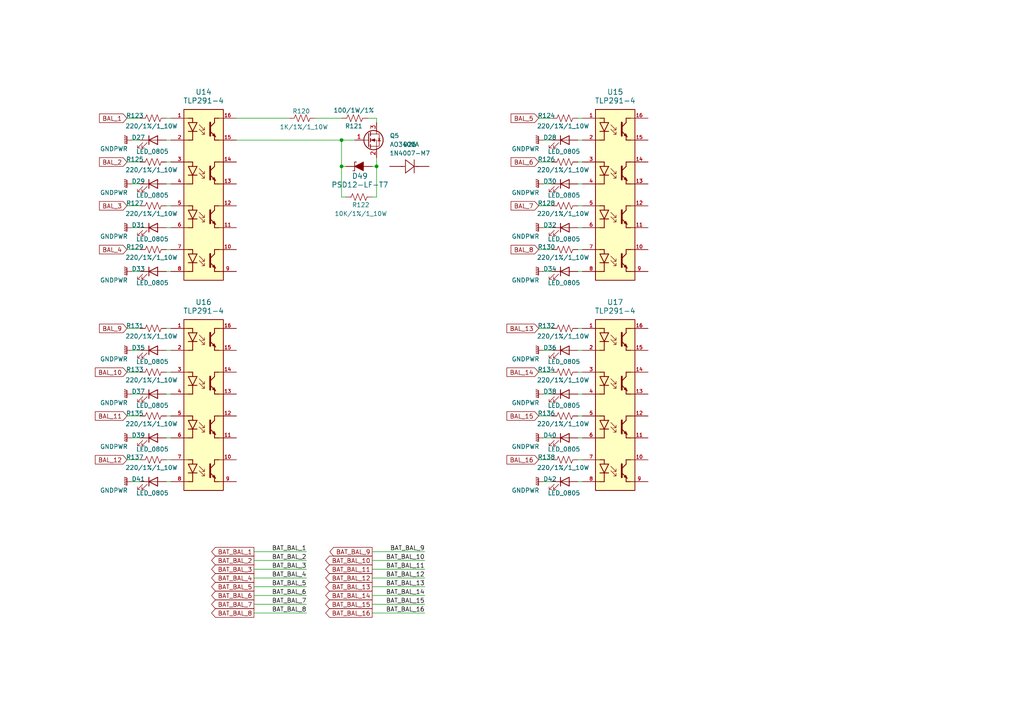
<source format=kicad_sch>
(kicad_sch (version 20231120) (generator "eeschema") (generator_version "8.0")
  (paper "A4")
  (title_block (title "BALLANCE BATTERY") (date "2024-09-02"))
  (lib_symbols
    (symbol "Res_hole_100_1W_1%_2" (pin_numbers hide) (pin_names (offset 0))
      (property "Reference" "R" (at 3.556 2.286 0))
      (property "Value" "100/1W/1%" (at 3.81 -2.54 0))
      (symbol "Res_hole_100_1W_1%_2_0_1"
        (polyline (pts (xy 1.524 0) (xy 1.27 0)))
        (polyline (pts (xy 6.096 0) (xy 6.35 0)))
        (polyline (pts (xy 1.524 0) (xy 1.905 1.016) (xy 2.286 0) (xy 2.667 -1.016) (xy 3.048 0)))
        (polyline (pts (xy 3.048 0) (xy 3.429 1.016) (xy 3.81 0) (xy 4.191 -1.016) (xy 4.572 0)))
        (polyline (pts (xy 4.572 0) (xy 4.953 1.016) (xy 5.334 0) (xy 5.715 -1.016) (xy 6.096 0)))
      )
      (symbol "Res_hole_100_1W_1%_2_1_1"
        (pin passive line (at 0 0 0) (length 1.27) (name "~") (number "1"))
        (pin passive line (at 7.62 0 180) (length 1.27) (name "~") (number "2"))
      )
    )
    (symbol "charge_battery_sym_lib:1N4007-M7" (pin_numbers hide) (pin_names hide)
      (property "Reference" "D" (at -1.016 2.286 0))
      (property "Value" "1N4007-M7" (at 2.54 -2.794 0))
      (symbol "1N4007-M7_0_1"
        (polyline (pts (xy -0.508 0) (xy 0.635 0)) (stroke (width 0.2032)))
        (polyline (pts (xy 0.762 -1.905) (xy 3.302 0)) (stroke (width 0.2032)))
        (polyline (pts (xy 0.762 1.905) (xy 0.762 -1.905)) (stroke (width 0.2032)))
        (polyline (pts (xy 3.302 -1.905) (xy 3.302 1.905)) (stroke (width 0.2032)))
        (polyline (pts (xy 3.302 0) (xy 0.762 1.905)) (stroke (width 0.2032)))
        (polyline (pts (xy 3.302 0) (xy 4.572 0)) (stroke (width 0.2032)))
      )
      (symbol "1N4007-M7_1_1"
        (pin unspecified line (at -3.81 0 0) (length 3.81) (name "A") (number "1"))
        (pin unspecified line (at 7.62 0 180) (length 3.81) (name "K") (number "2"))
      )
    )
    (symbol "charge_battery_sym_lib:AO3400A " (pin_names hide)
      (property "Reference" "Q" (at 8.89 3.302 0))
      (property "Value" "AO3400A " (at 12.954 -3.302 0))
      (symbol "AO3400A _0_1"
        (polyline (pts (xy 5.334 0) (xy 4.064 0)))
        (polyline (pts (xy 5.334 1.905) (xy 5.334 -1.905)) (stroke (width 0.254)))
        (polyline (pts (xy 5.842 -1.27) (xy 5.842 -2.286)) (stroke (width 0.254)))
        (polyline (pts (xy 5.842 0.508) (xy 5.842 -0.508)) (stroke (width 0.254)))
        (polyline (pts (xy 5.842 2.286) (xy 5.842 1.27)) (stroke (width 0.254)))
        (polyline (pts (xy 7.62 2.54) (xy 7.62 1.778)))
        (polyline (pts (xy 8.636 0.508) (xy 8.128 0.508)))
        (polyline (pts (xy 7.62 -2.54) (xy 7.62 0) (xy 5.842 0)))
        (polyline (pts (xy 5.842 -1.778) (xy 8.382 -1.778) (xy 8.382 1.778) (xy 5.842 1.778)))
        (polyline (pts (xy 6.096 0) (xy 7.112 0.381) (xy 7.112 -0.381) (xy 6.096 0)) (fill (type outline)))
        (polyline (pts (xy 8.382 0.381) (xy 8.001 -0.254) (xy 8.763 -0.254) (xy 8.382 0.381)))
        (circle (center 6.731 0) (radius 2.794) (stroke (width 0.254)))
      )
      (symbol "AO3400A _1_1"
        (pin input line (at 1.27 0 0) (length 2.54) (name "G") (number "1"))
        (pin passive line (at 7.62 -5.08 90) (length 2.54) (name "S") (number "2"))
        (pin passive line (at 7.62 5.08 270) (length 2.54) (name "D") (number "3"))
      )
    )
    (symbol "charge_battery_sym_lib:LED_0805" (pin_numbers hide) (pin_names (offset 1.016) hide)
      (property "Reference" "D" (at 0 2.54 0))
      (property "Value" "LED_0805" (at 0 -4.064 0))
      (symbol "LED_0805_0_1"
        (polyline (pts (xy -1.27 -1.27) (xy -1.27 1.27)) (stroke (width 0.254)))
        (polyline (pts (xy -1.27 0) (xy 1.27 0)))
        (polyline (pts (xy 1.27 -1.27) (xy 1.27 1.27) (xy -1.27 0) (xy 1.27 -1.27)) (stroke (width 0.254)))
        (polyline (pts (xy -3.048 -0.762) (xy -4.572 -2.286) (xy -3.81 -2.286) (xy -4.572 -2.286) (xy -4.572 -1.524)))
        (polyline (pts (xy -1.778 -0.762) (xy -3.302 -2.286) (xy -2.54 -2.286) (xy -3.302 -2.286) (xy -3.302 -1.524)))
      )
      (symbol "LED_0805_1_1"
        (pin passive line (at -3.81 0 0) (length 2.54) (name "K") (number "1"))
        (pin passive line (at 3.81 0 180) (length 2.54) (name "A") (number "2"))
      )
    )
    (symbol "charge_battery_sym_lib:PSD12-LF-T7" (pin_numbers hide) (pin_names (offset 0.254) hide)
      (property "Reference" "D" (at 1.778 2.54 0))
      (property "Value" "PSD12-LF-T7" (at 2.54 -3.048 0))
      (symbol "PSD12-LF-T7_0_1"
        (polyline (pts (xy -0.508 -1.27) (xy 0 -1.27)) (stroke (width 0.2032)))
        (polyline (pts (xy 0 1.27) (xy 0 -1.27)) (stroke (width 0.2032)))
        (polyline (pts (xy 0 1.27) (xy 0.508 1.27)) (stroke (width 0.2032)))
        (pin unspecified line (at -2.54 0 0) (length 2.54) (name "1") (number "1"))
        (pin unspecified line (at 5.08 0 180) (length 2.54) (name "2") (number "2"))
      )
      (symbol "PSD12-LF-T7_1_1"
        (polyline (pts (xy 0 0) (xy 2.54 1.27) (xy 2.54 -1.27) (xy 0 0)) (stroke (width 0.2032)) (fill (type outline)))
      )
    )
    (symbol "charge_battery_sym_lib:Res_10K_0603_1%" (pin_numbers hide) (pin_names hide)
      (property "Reference" "R" (at 2.794 3.81 0))
      (property "Value" "10K/1%/1_10W" (at 4.064 -2.54 0))
      (symbol "Res_10K_0603_1%_0_1"
        (polyline (pts (xy 1.524 0) (xy 1.27 0)))
        (polyline (pts (xy 6.096 0) (xy 6.35 0)))
        (polyline (pts (xy 1.524 0) (xy 1.905 1.016) (xy 2.286 0) (xy 2.667 -1.016) (xy 3.048 0)))
        (polyline (pts (xy 3.048 0) (xy 3.429 1.016) (xy 3.81 0) (xy 4.191 -1.016) (xy 4.572 0)))
        (polyline (pts (xy 4.572 0) (xy 4.953 1.016) (xy 5.334 0) (xy 5.715 -1.016) (xy 6.096 0)))
      )
      (symbol "Res_10K_0603_1%_1_1"
        (pin passive line (at 0 0 0) (length 1.27) (name "~") (number "1"))
        (pin passive line (at 7.62 0 180) (length 1.27) (name "~") (number "2"))
      )
    )
    (symbol "charge_battery_sym_lib:Res_1K_0603_1%" (pin_numbers hide) (pin_names hide)
      (property "Reference" "R" (at 3.556 2.54 0))
      (property "Value" "1K/1%/1_10W" (at 4.064 -2.54 0))
      (symbol "Res_1K_0603_1%_0_1"
        (polyline (pts (xy 1.524 0) (xy 1.27 0)))
        (polyline (pts (xy 6.096 0) (xy 6.35 0)))
        (polyline (pts (xy 1.524 0) (xy 1.905 1.016) (xy 2.286 0) (xy 2.667 -1.016) (xy 3.048 0)))
        (polyline (pts (xy 3.048 0) (xy 3.429 1.016) (xy 3.81 0) (xy 4.191 -1.016) (xy 4.572 0)))
        (polyline (pts (xy 4.572 0) (xy 4.953 1.016) (xy 5.334 0) (xy 5.715 -1.016) (xy 6.096 0)))
      )
      (symbol "Res_1K_0603_1%_1_1"
        (pin passive line (at 0 0 0) (length 1.27) (name "~") (number "1"))
        (pin passive line (at 7.62 0 180) (length 1.27) (name "~") (number "2"))
      )
    )
    (symbol "charge_battery_sym_lib:Res_220_0603_1%" (pin_numbers hide) (pin_names hide)
      (property "Reference" "R" (at 3.556 2.54 0))
      (property "Value" "220/1%/1_10W" (at 4.064 -2.54 0))
      (symbol "Res_220_0603_1%_0_1"
        (polyline (pts (xy 1.524 0) (xy 1.27 0)))
        (polyline (pts (xy 6.096 0) (xy 6.35 0)))
        (polyline (pts (xy 1.524 0) (xy 1.905 1.016) (xy 2.286 0) (xy 2.667 -1.016) (xy 3.048 0)))
        (polyline (pts (xy 3.048 0) (xy 3.429 1.016) (xy 3.81 0) (xy 4.191 -1.016) (xy 4.572 0)))
        (polyline (pts (xy 4.572 0) (xy 4.953 1.016) (xy 5.334 0) (xy 5.715 -1.016) (xy 6.096 0)))
      )
      (symbol "Res_220_0603_1%_1_1"
        (pin passive line (at 0 0 0) (length 1.27) (name "~") (number "1"))
        (pin passive line (at 7.62 0 180) (length 1.27) (name "~") (number "2"))
      )
    )
    (symbol "charge_battery_sym_lib:TLP291-4" (pin_names (offset 0.254) hide)
      (property "Reference" "U" (at -0.762 50.546 0))
      (property "Value" "TLP291-4" (at 4.826 -1.27 0))
      (symbol "TLP291-4_0_0"
        (rectangle (start -1.27 49.53) (end 10.16 0) (stroke (width 0.254)) (fill (type background)))
        (polyline (pts (xy 0 8.89) (xy 1.27 8.89)) (stroke (width 0.254)))
        (polyline (pts (xy 0 21.59) (xy 1.27 21.59)) (stroke (width 0.254)))
        (polyline (pts (xy 0 34.29) (xy 1.27 34.29)) (stroke (width 0.254)))
        (polyline (pts (xy 0 46.99) (xy 1.27 46.99)) (stroke (width 0.254)))
        (polyline (pts (xy 1.27 2.54) (xy 0 2.54)) (stroke (width 0.254)))
        (polyline (pts (xy 1.27 5.08) (xy 1.27 2.54)) (stroke (width 0.254)))
        (polyline (pts (xy 1.27 8.89) (xy 1.27 7.62)) (stroke (width 0.254)))
        (polyline (pts (xy 1.27 15.24) (xy 0 15.24)) (stroke (width 0.254)))
        (polyline (pts (xy 1.27 17.78) (xy 1.27 15.24)) (stroke (width 0.254)))
        (polyline (pts (xy 1.27 21.59) (xy 1.27 20.32)) (stroke (width 0.254)))
        (polyline (pts (xy 1.27 27.94) (xy 0 27.94)) (stroke (width 0.254)))
        (polyline (pts (xy 1.27 30.48) (xy 1.27 27.94)) (stroke (width 0.254)))
        (polyline (pts (xy 1.27 34.29) (xy 1.27 33.02)) (stroke (width 0.254)))
        (polyline (pts (xy 1.27 40.64) (xy 0 40.64)) (stroke (width 0.254)))
        (polyline (pts (xy 1.27 43.18) (xy 1.27 40.64)) (stroke (width 0.254)))
        (polyline (pts (xy 1.27 46.99) (xy 1.27 45.72)) (stroke (width 0.254)))
        (polyline (pts (xy 7.62 2.54) (xy 8.89 2.54)) (stroke (width 0.254)))
        (polyline (pts (xy 7.62 3.81) (xy 7.62 2.54)) (stroke (width 0.254)))
        (polyline (pts (xy 7.62 8.89) (xy 7.62 7.62)) (stroke (width 0.254)))
        (polyline (pts (xy 7.62 15.24) (xy 8.89 15.24)) (stroke (width 0.254)))
        (polyline (pts (xy 7.62 16.51) (xy 7.62 15.24)) (stroke (width 0.254)))
        (polyline (pts (xy 7.62 21.59) (xy 7.62 20.32)) (stroke (width 0.254)))
        (polyline (pts (xy 7.62 27.94) (xy 8.89 27.94)) (stroke (width 0.254)))
        (polyline (pts (xy 7.62 29.21) (xy 7.62 27.94)) (stroke (width 0.254)))
        (polyline (pts (xy 7.62 34.29) (xy 7.62 33.02)) (stroke (width 0.254)))
        (polyline (pts (xy 7.62 40.64) (xy 8.89 40.64)) (stroke (width 0.254)))
        (polyline (pts (xy 7.62 41.91) (xy 7.62 40.64)) (stroke (width 0.254)))
        (polyline (pts (xy 7.62 46.99) (xy 7.62 45.72)) (stroke (width 0.254)))
        (polyline (pts (xy 8.89 8.89) (xy 7.62 8.89)) (stroke (width 0.254)))
        (polyline (pts (xy 8.89 21.59) (xy 7.62 21.59)) (stroke (width 0.254)))
        (polyline (pts (xy 8.89 34.29) (xy 7.62 34.29)) (stroke (width 0.254)))
        (polyline (pts (xy 8.89 46.99) (xy 7.62 46.99)) (stroke (width 0.254)))
        (pin passive line (at -5.08 46.99 0) (length 5.08) (name "A") (number "1"))
        (pin passive line (at -5.08 40.64 0) (length 5.08) (name "K") (number "2"))
      )
      (symbol "TLP291-4_0_1"
        (polyline (pts (xy 2.54 5.08) (xy 0 5.08)) (stroke (width 0.254)))
        (polyline (pts (xy 2.54 17.78) (xy 0 17.78)) (stroke (width 0.254)))
        (polyline (pts (xy 2.54 30.48) (xy 0 30.48)) (stroke (width 0.254)))
        (polyline (pts (xy 2.54 43.18) (xy 0 43.18)) (stroke (width 0.254)))
        (polyline (pts (xy 6.35 7.62) (xy 6.35 3.81) (xy 6.35 3.81)) (stroke (width 0.508)))
        (polyline (pts (xy 6.35 20.32) (xy 6.35 16.51) (xy 6.35 16.51)) (stroke (width 0.508)))
        (polyline (pts (xy 6.35 33.02) (xy 6.35 29.21) (xy 6.35 29.21)) (stroke (width 0.508)))
        (polyline (pts (xy 6.35 45.72) (xy 6.35 41.91) (xy 6.35 41.91)) (stroke (width 0.508)))
        (polyline (pts (xy 2.54 7.62) (xy 0 7.62) (xy 1.27 5.08) (xy 2.54 7.62)) (stroke (width 0.254)))
        (polyline (pts (xy 2.54 20.32) (xy 0 20.32) (xy 1.27 17.78) (xy 2.54 20.32)) (stroke (width 0.254)))
        (polyline (pts (xy 2.54 33.02) (xy 0 33.02) (xy 1.27 30.48) (xy 2.54 33.02)) (stroke (width 0.254)))
        (polyline (pts (xy 2.54 45.72) (xy 0 45.72) (xy 1.27 43.18) (xy 2.54 45.72)) (stroke (width 0.254)))
        (polyline (pts (xy 3.175 5.715) (xy 4.699 4.191) (xy 4.699 4.953) (xy 4.699 4.191) (xy 3.937 4.191)))
        (polyline (pts (xy 3.175 6.985) (xy 4.699 5.461) (xy 4.699 6.223) (xy 4.699 5.461) (xy 3.937 5.461)))
        (polyline (pts (xy 3.175 18.415) (xy 4.699 16.891) (xy 4.699 17.653) (xy 4.699 16.891) (xy 3.937 16.891)))
        (polyline (pts (xy 3.175 19.685) (xy 4.699 18.161) (xy 4.699 18.923) (xy 4.699 18.161) (xy 3.937 18.161)))
        (polyline (pts (xy 3.175 31.115) (xy 4.699 29.591) (xy 4.699 30.353) (xy 4.699 29.591) (xy 3.937 29.591)))
        (polyline (pts (xy 3.175 32.385) (xy 4.699 30.861) (xy 4.699 31.623) (xy 4.699 30.861) (xy 3.937 30.861)))
        (polyline (pts (xy 3.175 43.815) (xy 4.699 42.291) (xy 4.699 43.053) (xy 4.699 42.291) (xy 3.937 42.291)))
        (polyline (pts (xy 3.175 45.085) (xy 4.699 43.561) (xy 4.699 44.323) (xy 4.699 43.561) (xy 3.937 43.561)))
        (polyline (pts (xy 6.985 3.937) (xy 7.493 4.445) (xy 8.001 3.429) (xy 6.985 3.937) (xy 6.985 3.937)) (fill (type outline)))
        (polyline (pts (xy 6.985 16.637) (xy 7.493 17.145) (xy 8.001 16.129) (xy 6.985 16.637) (xy 6.985 16.637)) (fill (type outline)))
        (polyline (pts (xy 6.985 29.337) (xy 7.493 29.845) (xy 8.001 28.829) (xy 6.985 29.337) (xy 6.985 29.337)) (fill (type outline)))
        (polyline (pts (xy 6.985 42.037) (xy 7.493 42.545) (xy 8.001 41.529) (xy 6.985 42.037) (xy 6.985 42.037)) (fill (type outline)))
      )
      (symbol "TLP291-4_1_0"
        (pin passive line (at 13.97 8.89 180) (length 5.08) (name "C") (number "10"))
        (pin passive line (at 13.97 15.24 180) (length 5.08) (name "E") (number "11"))
        (pin passive line (at 13.97 21.59 180) (length 5.08) (name "C") (number "12"))
        (pin passive line (at 13.97 27.94 180) (length 5.08) (name "E") (number "13"))
        (pin passive line (at 13.97 34.29 180) (length 5.08) (name "C") (number "14"))
        (pin passive line (at 13.97 40.64 180) (length 5.08) (name "E") (number "15"))
        (pin passive line (at 13.97 46.99 180) (length 5.08) (name "C") (number "16"))
        (pin passive line (at -5.08 34.29 0) (length 5.08) (name "A") (number "3"))
        (pin passive line (at -5.08 27.94 0) (length 5.08) (name "K") (number "4"))
        (pin passive line (at -5.08 21.59 0) (length 5.08) (name "A") (number "5"))
        (pin passive line (at -5.08 15.24 0) (length 5.08) (name "K") (number "6"))
        (pin passive line (at -5.08 8.89 0) (length 5.08) (name "A") (number "7"))
        (pin passive line (at -5.08 2.54 0) (length 5.08) (name "K") (number "8"))
        (pin passive line (at 13.97 2.54 180) (length 5.08) (name "E") (number "9"))
      )
      (symbol "TLP291-4_1_1"
        (polyline (pts (xy 6.35 6.35) (xy 7.62 7.62)) (stroke (width 0.254)))
        (polyline (pts (xy 6.35 19.05) (xy 7.62 20.32)) (stroke (width 0.254)))
        (polyline (pts (xy 6.35 31.75) (xy 7.62 33.02)) (stroke (width 0.254)))
        (polyline (pts (xy 6.35 44.45) (xy 7.62 45.72)) (stroke (width 0.254)))
        (polyline (pts (xy 6.35 5.08) (xy 7.62 3.81) (xy 7.62 3.81)) (stroke (width 0.254)))
        (polyline (pts (xy 6.35 17.78) (xy 7.62 16.51) (xy 7.62 16.51)) (stroke (width 0.254)))
        (polyline (pts (xy 6.35 30.48) (xy 7.62 29.21) (xy 7.62 29.21)) (stroke (width 0.254)))
        (polyline (pts (xy 6.35 43.18) (xy 7.62 41.91) (xy 7.62 41.91)) (stroke (width 0.254)))
      )
    )
    (symbol "power:GNDPWR" (power) (pin_numbers hide) (pin_names (offset 0) hide)
      (property "Value" "GNDPWR" (at 0 -3.302 0))
      (symbol "GNDPWR_0_1"
        (polyline (pts (xy 0 -1.27) (xy 0 0)))
        (polyline (pts (xy -1.016 -1.27) (xy -1.27 -2.032) (xy -1.27 -2.032)) (stroke (width 0.2032)))
        (polyline (pts (xy -0.508 -1.27) (xy -0.762 -2.032) (xy -0.762 -2.032)) (stroke (width 0.2032)))
        (polyline (pts (xy 0 -1.27) (xy -0.254 -2.032) (xy -0.254 -2.032)) (stroke (width 0.2032)))
        (polyline (pts (xy 0.508 -1.27) (xy 0.254 -2.032) (xy 0.254 -2.032)) (stroke (width 0.2032)))
        (polyline (pts (xy 1.016 -1.27) (xy -1.016 -1.27) (xy -1.016 -1.27)) (stroke (width 0.2032)))
        (polyline (pts (xy 1.016 -1.27) (xy 0.762 -2.032) (xy 0.762 -2.032) (xy 0.762 -2.032)) (stroke (width 0.2032)))
      )
      (symbol "GNDPWR_1_1"
        (pin power_in line (at 0 0 270) (length 0) (name "~") (number "1"))
      )
    )
  )
  (junction (at 99.06 40.64))
  (junction (at 99.06 48.26))
  (junction (at 109.22 48.26))
  (wire (pts (xy 167.64 53.34) (xy 168.91 53.34)))
  (wire (pts (xy 48.26 139.7) (xy 49.53 139.7)))
  (wire (pts (xy 48.26 66.04) (xy 49.53 66.04)))
  (wire (pts (xy 123.19 167.64) (xy 107.95 167.64)))
  (wire (pts (xy 48.26 72.39) (xy 49.53 72.39)))
  (wire (pts (xy 123.19 165.1) (xy 107.95 165.1)))
  (wire (pts (xy 167.64 127) (xy 168.91 127)))
  (wire (pts (xy 107.95 48.26) (xy 109.22 48.26)))
  (wire (pts (xy 48.26 78.74) (xy 49.53 78.74)))
  (wire (pts (xy 48.26 127) (xy 49.53 127)))
  (wire (pts (xy 83.82 34.29) (xy 68.58 34.29)))
  (wire (pts (xy 48.26 95.25) (xy 49.53 95.25)))
  (wire (pts (xy 167.64 78.74) (xy 168.91 78.74)))
  (wire (pts (xy 88.9 160.02) (xy 73.66 160.02)))
  (wire (pts (xy 109.22 34.29) (xy 106.68 34.29)))
  (wire (pts (xy 99.06 48.26) (xy 100.33 48.26)))
  (wire (pts (xy 109.22 48.26) (xy 109.22 57.15)))
  (wire (pts (xy 48.26 40.64) (xy 49.53 40.64)))
  (wire (pts (xy 123.19 160.02) (xy 107.95 160.02)))
  (wire (pts (xy 167.64 66.04) (xy 168.91 66.04)))
  (wire (pts (xy 167.64 72.39) (xy 168.91 72.39)))
  (wire (pts (xy 88.9 177.8) (xy 73.66 177.8)))
  (wire (pts (xy 48.26 107.95) (xy 49.53 107.95)))
  (wire (pts (xy 48.26 101.6) (xy 49.53 101.6)))
  (wire (pts (xy 38.1 53.34) (xy 40.64 53.34)))
  (wire (pts (xy 167.64 34.29) (xy 168.91 34.29)))
  (wire (pts (xy 109.22 48.26) (xy 109.22 45.72)))
  (wire (pts (xy 156.21 59.69) (xy 160.02 59.69)))
  (wire (pts (xy 38.1 78.74) (xy 40.64 78.74)))
  (wire (pts (xy 36.83 59.69) (xy 40.64 59.69)))
  (wire (pts (xy 123.19 172.72) (xy 107.95 172.72)))
  (wire (pts (xy 88.9 170.18) (xy 73.66 170.18)))
  (wire (pts (xy 123.19 162.56) (xy 107.95 162.56)))
  (wire (pts (xy 88.9 167.64) (xy 73.66 167.64)))
  (wire (pts (xy 167.64 40.64) (xy 168.91 40.64)))
  (wire (pts (xy 48.26 133.35) (xy 49.53 133.35)))
  (wire (pts (xy 167.64 114.3) (xy 168.91 114.3)))
  (wire (pts (xy 156.21 95.25) (xy 160.02 95.25)))
  (wire (pts (xy 36.83 107.95) (xy 40.64 107.95)))
  (wire (pts (xy 36.83 95.25) (xy 40.64 95.25)))
  (wire (pts (xy 88.9 162.56) (xy 73.66 162.56)))
  (wire (pts (xy 99.06 34.29) (xy 91.44 34.29)))
  (wire (pts (xy 167.64 95.25) (xy 168.91 95.25)))
  (wire (pts (xy 38.1 40.64) (xy 40.64 40.64)))
  (wire (pts (xy 167.64 120.65) (xy 168.91 120.65)))
  (wire (pts (xy 157.48 101.6) (xy 160.02 101.6)))
  (wire (pts (xy 38.1 101.6) (xy 40.64 101.6)))
  (wire (pts (xy 99.06 40.64) (xy 99.06 48.26)))
  (wire (pts (xy 123.19 177.8) (xy 107.95 177.8)))
  (wire (pts (xy 88.9 165.1) (xy 73.66 165.1)))
  (wire (pts (xy 48.26 59.69) (xy 49.53 59.69)))
  (wire (pts (xy 157.48 139.7) (xy 160.02 139.7)))
  (wire (pts (xy 38.1 114.3) (xy 40.64 114.3)))
  (wire (pts (xy 99.06 40.64) (xy 102.87 40.64)))
  (wire (pts (xy 156.21 34.29) (xy 160.02 34.29)))
  (wire (pts (xy 157.48 40.64) (xy 160.02 40.64)))
  (wire (pts (xy 48.26 114.3) (xy 49.53 114.3)))
  (wire (pts (xy 68.58 40.64) (xy 99.06 40.64)))
  (wire (pts (xy 99.06 48.26) (xy 99.06 57.15)))
  (wire (pts (xy 48.26 120.65) (xy 49.53 120.65)))
  (wire (pts (xy 167.64 101.6) (xy 168.91 101.6)))
  (wire (pts (xy 167.64 46.99) (xy 168.91 46.99)))
  (wire (pts (xy 38.1 127) (xy 40.64 127)))
  (wire (pts (xy 38.1 66.04) (xy 40.64 66.04)))
  (wire (pts (xy 36.83 46.99) (xy 40.64 46.99)))
  (wire (pts (xy 48.26 53.34) (xy 49.53 53.34)))
  (wire (pts (xy 100.33 57.15) (xy 99.06 57.15)))
  (wire (pts (xy 36.83 72.39) (xy 40.64 72.39)))
  (wire (pts (xy 38.1 139.7) (xy 40.64 139.7)))
  (wire (pts (xy 157.48 78.74) (xy 160.02 78.74)))
  (wire (pts (xy 48.26 46.99) (xy 49.53 46.99)))
  (wire (pts (xy 167.64 107.95) (xy 168.91 107.95)))
  (wire (pts (xy 157.48 127) (xy 160.02 127)))
  (wire (pts (xy 36.83 133.35) (xy 40.64 133.35)))
  (wire (pts (xy 157.48 66.04) (xy 160.02 66.04)))
  (wire (pts (xy 156.21 120.65) (xy 160.02 120.65)))
  (wire (pts (xy 156.21 72.39) (xy 160.02 72.39)))
  (wire (pts (xy 36.83 34.29) (xy 40.64 34.29)))
  (wire (pts (xy 48.26 34.29) (xy 49.53 34.29)))
  (wire (pts (xy 167.64 133.35) (xy 168.91 133.35)))
  (wire (pts (xy 167.64 139.7) (xy 168.91 139.7)))
  (wire (pts (xy 167.64 59.69) (xy 168.91 59.69)))
  (wire (pts (xy 123.19 170.18) (xy 107.95 170.18)))
  (wire (pts (xy 157.48 53.34) (xy 160.02 53.34)))
  (wire (pts (xy 36.83 120.65) (xy 40.64 120.65)))
  (wire (pts (xy 107.95 57.15) (xy 109.22 57.15)))
  (wire (pts (xy 109.22 34.29) (xy 109.22 35.56)))
  (wire (pts (xy 88.9 172.72) (xy 73.66 172.72)))
  (wire (pts (xy 157.48 114.3) (xy 160.02 114.3)))
  (wire (pts (xy 156.21 107.95) (xy 160.02 107.95)))
  (wire (pts (xy 123.19 175.26) (xy 107.95 175.26)))
  (wire (pts (xy 88.9 175.26) (xy 73.66 175.26)))
  (wire (pts (xy 156.21 46.99) (xy 160.02 46.99)))
  (wire (pts (xy 156.21 133.35) (xy 160.02 133.35)))
  (label "BAT_BAL_11" (at 123.19 165.1 180))
  (label "BAT_BAL_2" (at 88.9 162.56 180))
  (label "BAT_BAL_1" (at 88.9 160.02 180))
  (label "BAT_BAL_9" (at 123.19 160.02 180))
  (label "BAT_BAL_6" (at 88.9 172.72 180))
  (label "BAT_BAL_10" (at 123.19 162.56 180))
  (label "BAT_BAL_16" (at 123.19 177.8 180))
  (label "BAT_BAL_7" (at 88.9 175.26 180))
  (label "BAT_BAL_8" (at 88.9 177.8 180))
  (label "BAT_BAL_14" (at 123.19 172.72 180))
  (label "BAT_BAL_12" (at 123.19 167.64 180))
  (label "BAT_BAL_4" (at 88.9 167.64 180))
  (label "BAT_BAL_13" (at 123.19 170.18 180))
  (label "BAT_BAL_15" (at 123.19 175.26 180))
  (label "BAT_BAL_5" (at 88.9 170.18 180))
  (label "BAT_BAL_3" (at 88.9 165.1 180))
  (global_label "BAT_BAL_7" (shape output) (at 73.66 175.26 180) (property "Intersheetrefs" "${INTERSHEET_REFS}" (effects (hide yes))))
  (global_label "BAL_2" (shape input) (at 36.83 46.99 180) (property "Intersheetrefs" "${INTERSHEET_REFS}" (effects (hide yes))))
  (global_label "BAL_13" (shape input) (at 156.21 95.25 180) (property "Intersheetrefs" "${INTERSHEET_REFS}" (effects (hide yes))))
  (global_label "BAL_15" (shape input) (at 156.21 120.65 180) (property "Intersheetrefs" "${INTERSHEET_REFS}" (effects (hide yes))))
  (global_label "BAT_BAL_9" (shape output) (at 107.95 160.02 180) (property "Intersheetrefs" "${INTERSHEET_REFS}" (effects (hide yes))))
  (global_label "BAL_12" (shape input) (at 36.83 133.35 180) (property "Intersheetrefs" "${INTERSHEET_REFS}" (effects (hide yes))))
  (global_label "BAT_BAL_5" (shape output) (at 73.66 170.18 180) (property "Intersheetrefs" "${INTERSHEET_REFS}" (effects (hide yes))))
  (global_label "BAT_BAL_16" (shape output) (at 107.95 177.8 180) (property "Intersheetrefs" "${INTERSHEET_REFS}" (effects (hide yes))))
  (global_label "BAT_BAL_10" (shape output) (at 107.95 162.56 180) (property "Intersheetrefs" "${INTERSHEET_REFS}" (effects (hide yes))))
  (global_label "BAL_9" (shape input) (at 36.83 95.25 180) (property "Intersheetrefs" "${INTERSHEET_REFS}" (effects (hide yes))))
  (global_label "BAL_4" (shape input) (at 36.83 72.39 180) (property "Intersheetrefs" "${INTERSHEET_REFS}" (effects (hide yes))))
  (global_label "BAT_BAL_13" (shape output) (at 107.95 170.18 180) (property "Intersheetrefs" "${INTERSHEET_REFS}" (effects (hide yes))))
  (global_label "BAL_1" (shape input) (at 36.83 34.29 180) (property "Intersheetrefs" "${INTERSHEET_REFS}" (effects (hide yes))))
  (global_label "BAT_BAL_6" (shape output) (at 73.66 172.72 180) (property "Intersheetrefs" "${INTERSHEET_REFS}" (effects (hide yes))))
  (global_label "BAT_BAL_1" (shape output) (at 73.66 160.02 180) (property "Intersheetrefs" "${INTERSHEET_REFS}" (effects (hide yes))))
  (global_label "BAL_16" (shape input) (at 156.21 133.35 180) (property "Intersheetrefs" "${INTERSHEET_REFS}" (effects (hide yes))))
  (global_label "BAL_7" (shape input) (at 156.21 59.69 180) (property "Intersheetrefs" "${INTERSHEET_REFS}" (effects (hide yes))))
  (global_label "BAT_BAL_8" (shape output) (at 73.66 177.8 180) (property "Intersheetrefs" "${INTERSHEET_REFS}" (effects (hide yes))))
  (global_label "BAL_6" (shape input) (at 156.21 46.99 180) (property "Intersheetrefs" "${INTERSHEET_REFS}" (effects (hide yes))))
  (global_label "BAL_8" (shape input) (at 156.21 72.39 180) (property "Intersheetrefs" "${INTERSHEET_REFS}" (effects (hide yes))))
  (global_label "BAT_BAL_3" (shape output) (at 73.66 165.1 180) (property "Intersheetrefs" "${INTERSHEET_REFS}" (effects (hide yes))))
  (global_label "BAT_BAL_12" (shape output) (at 107.95 167.64 180) (property "Intersheetrefs" "${INTERSHEET_REFS}" (effects (hide yes))))
  (global_label "BAT_BAL_15" (shape output) (at 107.95 175.26 180) (property "Intersheetrefs" "${INTERSHEET_REFS}" (effects (hide yes))))
  (global_label "BAT_BAL_14" (shape output) (at 107.95 172.72 180) (property "Intersheetrefs" "${INTERSHEET_REFS}" (effects (hide yes))))
  (global_label "BAL_11" (shape input) (at 36.83 120.65 180) (property "Intersheetrefs" "${INTERSHEET_REFS}" (effects (hide yes))))
  (global_label "BAL_14" (shape input) (at 156.21 107.95 180) (property "Intersheetrefs" "${INTERSHEET_REFS}" (effects (hide yes))))
  (global_label "BAT_BAL_4" (shape output) (at 73.66 167.64 180) (property "Intersheetrefs" "${INTERSHEET_REFS}" (effects (hide yes))))
  (global_label "BAL_5" (shape input) (at 156.21 34.29 180) (property "Intersheetrefs" "${INTERSHEET_REFS}" (effects (hide yes))))
  (global_label "BAT_BAL_11" (shape output) (at 107.95 165.1 180) (property "Intersheetrefs" "${INTERSHEET_REFS}" (effects (hide yes))))
  (global_label "BAL_10" (shape input) (at 36.83 107.95 180) (property "Intersheetrefs" "${INTERSHEET_REFS}" (effects (hide yes))))
  (global_label "BAT_BAL_2" (shape output) (at 73.66 162.56 180) (property "Intersheetrefs" "${INTERSHEET_REFS}" (effects (hide yes))))
  (global_label "BAL_3" (shape input) (at 36.83 59.69 180) (property "Intersheetrefs" "${INTERSHEET_REFS}" (effects (hide yes))))
  (symbol (lib_id "charge_battery_sym_lib:Res_220_0603_1%") (at 160.02 133.35 0) (unit 1)
    (property "Reference" "R138" (at 158.496 132.588 0))
    (property "Value" "220/1%/1_10W" (at 163.322 135.636 0))
    (property "Footprint" "charge_battery_footprint_lib:Res_0603" (effects (hide yes)))
    (property "Description" "Res 220Ohm 0603 1%" (effects (hide yes)))
    (property "Supply name" "Thegioiic" (effects (hide yes)))
    (property "Supply part number" "Điện Trở 220 Ohm 0603 1%" (effects (hide yes)))
    (property "Supply URL" "https://www.thegioiic.com/dien-tro-220-ohm-0603-1-" (effects (hide yes)))
  )
  (symbol (lib_id "charge_battery_sym_lib:Res_220_0603_1%") (at 40.64 72.39 0) (unit 1)
    (property "Reference" "R129" (at 39.116 71.628 0))
    (property "Value" "220/1%/1_10W" (at 43.942 74.676 0))
    (property "Footprint" "charge_battery_footprint_lib:Res_0603" (effects (hide yes)))
    (property "Description" "Res 220Ohm 0603 1%" (effects (hide yes)))
    (property "Supply name" "Thegioiic" (effects (hide yes)))
    (property "Supply part number" "Điện Trở 220 Ohm 0603 1%" (effects (hide yes)))
    (property "Supply URL" "https://www.thegioiic.com/dien-tro-220-ohm-0603-1-" (effects (hide yes)))
  )
  (symbol (lib_id "charge_battery_sym_lib:LED_0805") (at 163.83 101.6 0) (unit 1)
    (property "Reference" "D36" (at 159.512 100.838 0))
    (property "Value" "LED_0805" (at 163.576 104.902 0))
    (property "Footprint" "charge_battery_footprint_lib:LED_0805" (effects (hide yes)))
    (property "Description" "Light emitting diode" (effects (hide yes)))
    (property "Supply name" "Thegioiic" (effects (hide yes)))
    (property "Supply part number" "LED Xanh Lá 0805 Dán SMD Trong Suốt" (effects (hide yes)))
    (property "Supply URL" "https://www.thegioiic.com/led-xanh-la-0805-dan-smd-trong-suot" (effects (hide yes)))
  )
  (symbol (lib_id "power:GNDPWR") (at 157.48 40.64 270) (unit 1)
    (property "Reference" "#PWR0227" (effects (hide yes)))
    (property "Value" "GNDPWR" (at 156.464 43.18 90) (effects (justify right)))
    (property "Description" "Power symbol creates a global label with name \"GNDPWR\" , global ground" (effects (hide yes)))
  )
  (symbol (lib_id "power:GNDPWR") (at 157.48 127 270) (unit 1)
    (property "Reference" "#PWR0239" (effects (hide yes)))
    (property "Value" "GNDPWR" (at 156.464 129.54 90) (effects (justify right)))
    (property "Description" "Power symbol creates a global label with name \"GNDPWR\" , global ground" (effects (hide yes)))
  )
  (symbol (lib_id "charge_battery_sym_lib:TLP291-4") (at 54.61 142.24 0) (unit 1)
    (property "Reference" "U16" (at 59.055 87.63 0) (effects (font (size 1.524 1.524))))
    (property "Value" "TLP291-4" (at 59.055 90.17 0) (effects (font (size 1.524 1.524))))
    (property "Footprint" "charge_battery_footprint_lib:SOIC-16" (effects (hide yes)))
    (property "Datasheet" "https://www.thegioiic.com/upload/documents/35f6c20fb8956bc5fdab6bfcd8602381.pdf" (effects (hide yes)))
    (property "Description" "Ngõ vào: DC, ngõ ra: Transistor" (effects (hide yes)))
    (property "Supply name" "Thegioiic" (effects (hide yes)))
    (property "Supply part name" "TLP291-4 Optoisolator Transistor Output 2500Vrms 4 Channel 16-SOIC" (effects (hide yes)))
    (property "Supply URL" "https://www.thegioiic.com/tlp291-4-optoisolator-transistor-output-2500vrms-4-channel-16-soic" (effects (hide yes)))
  )
  (symbol (lib_id "charge_battery_sym_lib:TLP291-4") (at 173.99 142.24 0) (unit 1)
    (property "Reference" "U17" (at 178.435 87.63 0) (effects (font (size 1.524 1.524))))
    (property "Value" "TLP291-4" (at 178.435 90.17 0) (effects (font (size 1.524 1.524))))
    (property "Footprint" "charge_battery_footprint_lib:SOIC-16" (effects (hide yes)))
    (property "Datasheet" "https://www.thegioiic.com/upload/documents/35f6c20fb8956bc5fdab6bfcd8602381.pdf" (effects (hide yes)))
    (property "Description" "Ngõ vào: DC, ngõ ra: Transistor" (effects (hide yes)))
    (property "Supply name" "Thegioiic" (effects (hide yes)))
    (property "Supply part name" "TLP291-4 Optoisolator Transistor Output 2500Vrms 4 Channel 16-SOIC" (effects (hide yes)))
    (property "Supply URL" "https://www.thegioiic.com/tlp291-4-optoisolator-transistor-output-2500vrms-4-channel-16-soic" (effects (hide yes)))
  )
  (symbol (lib_id "charge_battery_sym_lib:LED_0805") (at 163.83 78.74 0) (unit 1)
    (property "Reference" "D34" (at 159.512 77.978 0))
    (property "Value" "LED_0805" (at 163.576 82.042 0))
    (property "Footprint" "charge_battery_footprint_lib:LED_0805" (effects (hide yes)))
    (property "Description" "Light emitting diode" (effects (hide yes)))
    (property "Supply name" "Thegioiic" (effects (hide yes)))
    (property "Supply part number" "LED Xanh Lá 0805 Dán SMD Trong Suốt" (effects (hide yes)))
    (property "Supply URL" "https://www.thegioiic.com/led-xanh-la-0805-dan-smd-trong-suot" (effects (hide yes)))
  )
  (symbol (lib_id "charge_battery_sym_lib:Res_220_0603_1%") (at 40.64 107.95 0) (unit 1)
    (property "Reference" "R133" (at 39.116 107.188 0))
    (property "Value" "220/1%/1_10W" (at 43.942 110.236 0))
    (property "Footprint" "charge_battery_footprint_lib:Res_0603" (effects (hide yes)))
    (property "Description" "Res 220Ohm 0603 1%" (effects (hide yes)))
    (property "Supply name" "Thegioiic" (effects (hide yes)))
    (property "Supply part number" "Điện Trở 220 Ohm 0603 1%" (effects (hide yes)))
    (property "Supply URL" "https://www.thegioiic.com/dien-tro-220-ohm-0603-1-" (effects (hide yes)))
  )
  (symbol (lib_id "power:GNDPWR") (at 38.1 114.3 270) (unit 1)
    (property "Reference" "#PWR0236" (effects (hide yes)))
    (property "Value" "GNDPWR" (at 37.084 116.84 90) (effects (justify right)))
    (property "Description" "Power symbol creates a global label with name \"GNDPWR\" , global ground" (effects (hide yes)))
  )
  (symbol (lib_id "charge_battery_sym_lib:PSD12-LF-T7") (at 102.87 48.26 0) (unit 1)
    (property "Reference" "D49" (at 104.394 51.054 0) (effects (font (size 1.524 1.524))))
    (property "Value" "PSD12-LF-T7" (at 104.394 53.594 0) (effects (font (size 1.524 1.524))))
    (property "Footprint" "charge_battery_footprint_lib:SOD-323_PTD" (effects (hide yes)))
    (property "Datasheet" "https://www.lcsc.com/datasheet/lcsc_datasheet_2304140030_ProTek-Devices-PSD12C-LF-T7_C87031.pdf" (effects (hide yes)))
    (property "Description" "Package SOD323, Diode TVS, 50 pF, 29.5 V" (effects (hide yes)))
    (property "Supply name" "Thegioiic" (effects (hide yes)))
    (property "Supply part number" "PSD12C" (effects (hide yes)))
    (property "Supply URL" "https://www.thegioiic.com/psd12c" (effects (hide yes)))
  )
  (symbol (lib_id "power:GNDPWR") (at 157.48 53.34 270) (unit 1)
    (property "Reference" "#PWR0229" (effects (hide yes)))
    (property "Value" "GNDPWR" (at 156.464 55.88 90) (effects (justify right)))
    (property "Description" "Power symbol creates a global label with name \"GNDPWR\" , global ground" (effects (hide yes)))
  )
  (symbol (lib_id "charge_battery_sym_lib:Res_10K_0603_1%") (at 100.33 57.15 0) (unit 1)
    (property "Reference" "R122" (at 104.648 59.436 0))
    (property "Value" "10K/1%/1_10W" (at 104.648 61.976 0))
    (property "Footprint" "charge_battery_footprint_lib:Res_0603" (effects (hide yes)))
    (property "Datasheet" "https://fscdn.rohm.com/en/products/databook/datasheet/passive/resistor/chip_resistor/esr-e.pdf" (effects (hide yes)))
    (property "Description" "Res 10 KOhm 0603 1%" (effects (hide yes)))
    (property "Supply name" "Thegioiic" (effects (hide yes)))
    (property "Supply part number" "Điện Trở 10 KOhm 0603 1%" (effects (hide yes)))
    (property "Supply URL" "https://www.thegioiic.com/dien-tro-10-kohm-0603-1-" (effects (hide yes)))
  )
  (symbol (lib_id "charge_battery_sym_lib:LED_0805") (at 44.45 53.34 0) (unit 1)
    (property "Reference" "D29" (at 40.132 52.578 0))
    (property "Value" "LED_0805" (at 44.196 56.642 0))
    (property "Footprint" "charge_battery_footprint_lib:LED_0805" (effects (hide yes)))
    (property "Description" "Light emitting diode" (effects (hide yes)))
    (property "Supply name" "Thegioiic" (effects (hide yes)))
    (property "Supply part number" "LED Xanh Lá 0805 Dán SMD Trong Suốt" (effects (hide yes)))
    (property "Supply URL" "https://www.thegioiic.com/led-xanh-la-0805-dan-smd-trong-suot" (effects (hide yes)))
  )
  (symbol (lib_id "charge_battery_sym_lib:LED_0805") (at 163.83 114.3 0) (unit 1)
    (property "Reference" "D38" (at 159.512 113.538 0))
    (property "Value" "LED_0805" (at 163.576 117.602 0))
    (property "Footprint" "charge_battery_footprint_lib:LED_0805" (effects (hide yes)))
    (property "Description" "Light emitting diode" (effects (hide yes)))
    (property "Supply name" "Thegioiic" (effects (hide yes)))
    (property "Supply part number" "LED Xanh Lá 0805 Dán SMD Trong Suốt" (effects (hide yes)))
    (property "Supply URL" "https://www.thegioiic.com/led-xanh-la-0805-dan-smd-trong-suot" (effects (hide yes)))
  )
  (symbol (lib_id "charge_battery_sym_lib:Res_220_0603_1%") (at 160.02 107.95 0) (unit 1)
    (property "Reference" "R134" (at 158.496 107.188 0))
    (property "Value" "220/1%/1_10W" (at 163.322 110.236 0))
    (property "Footprint" "charge_battery_footprint_lib:Res_0603" (effects (hide yes)))
    (property "Description" "Res 220Ohm 0603 1%" (effects (hide yes)))
    (property "Supply name" "Thegioiic" (effects (hide yes)))
    (property "Supply part number" "Điện Trở 220 Ohm 0603 1%" (effects (hide yes)))
    (property "Supply URL" "https://www.thegioiic.com/dien-tro-220-ohm-0603-1-" (effects (hide yes)))
  )
  (symbol (lib_id "power:GNDPWR") (at 157.48 139.7 270) (unit 1)
    (property "Reference" "#PWR0241" (effects (hide yes)))
    (property "Value" "GNDPWR" (at 156.464 142.24 90) (effects (justify right)))
    (property "Description" "Power symbol creates a global label with name \"GNDPWR\" , global ground" (effects (hide yes)))
  )
  (symbol (lib_id "charge_battery_sym_lib:LED_0805") (at 163.83 127 0) (unit 1)
    (property "Reference" "D40" (at 159.512 126.238 0))
    (property "Value" "LED_0805" (at 163.576 130.302 0))
    (property "Footprint" "charge_battery_footprint_lib:LED_0805" (effects (hide yes)))
    (property "Description" "Light emitting diode" (effects (hide yes)))
    (property "Supply name" "Thegioiic" (effects (hide yes)))
    (property "Supply part number" "LED Xanh Lá 0805 Dán SMD Trong Suốt" (effects (hide yes)))
    (property "Supply URL" "https://www.thegioiic.com/led-xanh-la-0805-dan-smd-trong-suot" (effects (hide yes)))
  )
  (symbol (lib_id "charge_battery_sym_lib:LED_0805") (at 44.45 78.74 0) (unit 1)
    (property "Reference" "D33" (at 40.132 77.978 0))
    (property "Value" "LED_0805" (at 44.196 82.042 0))
    (property "Footprint" "charge_battery_footprint_lib:LED_0805" (effects (hide yes)))
    (property "Description" "Light emitting diode" (effects (hide yes)))
    (property "Supply name" "Thegioiic" (effects (hide yes)))
    (property "Supply part number" "LED Xanh Lá 0805 Dán SMD Trong Suốt" (effects (hide yes)))
    (property "Supply URL" "https://www.thegioiic.com/led-xanh-la-0805-dan-smd-trong-suot" (effects (hide yes)))
  )
  (symbol (lib_id "charge_battery_sym_lib:Res_220_0603_1%") (at 40.64 120.65 0) (unit 1)
    (property "Reference" "R135" (at 39.116 119.888 0))
    (property "Value" "220/1%/1_10W" (at 43.942 122.936 0))
    (property "Footprint" "charge_battery_footprint_lib:Res_0603" (effects (hide yes)))
    (property "Description" "Res 220Ohm 0603 1%" (effects (hide yes)))
    (property "Supply name" "Thegioiic" (effects (hide yes)))
    (property "Supply part number" "Điện Trở 220 Ohm 0603 1%" (effects (hide yes)))
    (property "Supply URL" "https://www.thegioiic.com/dien-tro-220-ohm-0603-1-" (effects (hide yes)))
  )
  (symbol (lib_id "power:GNDPWR") (at 157.48 78.74 270) (unit 1)
    (property "Reference" "#PWR0233" (effects (hide yes)))
    (property "Value" "GNDPWR" (at 156.464 81.28 90) (effects (justify right)))
    (property "Description" "Power symbol creates a global label with name \"GNDPWR\" , global ground" (effects (hide yes)))
  )
  (symbol (lib_id "power:GNDPWR") (at 157.48 114.3 270) (unit 1)
    (property "Reference" "#PWR0237" (effects (hide yes)))
    (property "Value" "GNDPWR" (at 156.464 116.84 90) (effects (justify right)))
    (property "Description" "Power symbol creates a global label with name \"GNDPWR\" , global ground" (effects (hide yes)))
  )
  (symbol (lib_id "charge_battery_sym_lib:Res_220_0603_1%") (at 40.64 34.29 0) (unit 1)
    (property "Reference" "R123" (at 39.116 33.528 0))
    (property "Value" "220/1%/1_10W" (at 43.942 36.576 0))
    (property "Footprint" "charge_battery_footprint_lib:Res_0603" (effects (hide yes)))
    (property "Description" "Res 220Ohm 0603 1%" (effects (hide yes)))
    (property "Supply name" "Thegioiic" (effects (hide yes)))
    (property "Supply part number" "Điện Trở 220 Ohm 0603 1%" (effects (hide yes)))
    (property "Supply URL" "https://www.thegioiic.com/dien-tro-220-ohm-0603-1-" (effects (hide yes)))
  )
  (symbol (lib_id "charge_battery_sym_lib:AO3400A ") (at 101.6 40.64 0) (unit 1)
    (property "Reference" "Q5" (at 113.03 39.3699 0) (effects (justify left)))
    (property "Value" "AO3400A" (at 113.03 41.9099 0) (effects (justify left)))
    (property "Footprint" "charge_battery_footprint_lib:SOT23" (effects (hide yes)))
    (property "Datasheet" "https://www.thegioiic.com/upload/documents/c1ddefe334cfac872b3e8f706cc7ed5b.pdf" (effects (hide yes)))
    (property "Description" "N-Channel MOSFETs" (effects (hide yes)))
    (property "Supply name" "Thegioiic" (effects (hide yes)))
    (property "Supply part number" "AO3400A MOSFET Kênh N 30V 5.7A SOT-23-3" (effects (hide yes)))
    (property "Supply URL" "https://www.thegioiic.com/ao3400a-mosfet-kenh-n-30v-5-7a-sot-23-3" (effects (hide yes)))
  )
  (symbol (lib_id "power:GNDPWR") (at 38.1 139.7 270) (unit 1)
    (property "Reference" "#PWR0240" (effects (hide yes)))
    (property "Value" "GNDPWR" (at 37.084 142.24 90) (effects (justify right)))
    (property "Description" "Power symbol creates a global label with name \"GNDPWR\" , global ground" (effects (hide yes)))
  )
  (symbol (lib_id "charge_battery_sym_lib:LED_0805") (at 163.83 53.34 0) (unit 1)
    (property "Reference" "D30" (at 159.512 52.578 0))
    (property "Value" "LED_0805" (at 163.576 56.642 0))
    (property "Footprint" "charge_battery_footprint_lib:LED_0805" (effects (hide yes)))
    (property "Description" "Light emitting diode" (effects (hide yes)))
    (property "Supply name" "Thegioiic" (effects (hide yes)))
    (property "Supply part number" "LED Xanh Lá 0805 Dán SMD Trong Suốt" (effects (hide yes)))
    (property "Supply URL" "https://www.thegioiic.com/led-xanh-la-0805-dan-smd-trong-suot" (effects (hide yes)))
  )
  (symbol (lib_id "charge_battery_sym_lib:TLP291-4") (at 54.61 81.28 0) (unit 1)
    (property "Reference" "U14" (at 59.055 26.67 0) (effects (font (size 1.524 1.524))))
    (property "Value" "TLP291-4" (at 59.055 29.21 0) (effects (font (size 1.524 1.524))))
    (property "Footprint" "charge_battery_footprint_lib:SOIC-16" (effects (hide yes)))
    (property "Datasheet" "https://www.thegioiic.com/upload/documents/35f6c20fb8956bc5fdab6bfcd8602381.pdf" (effects (hide yes)))
    (property "Description" "Ngõ vào: DC, ngõ ra: Transistor" (effects (hide yes)))
    (property "Supply name" "Thegioiic" (effects (hide yes)))
    (property "Supply part name" "TLP291-4 Optoisolator Transistor Output 2500Vrms 4 Channel 16-SOIC" (effects (hide yes)))
    (property "Supply URL" "https://www.thegioiic.com/tlp291-4-optoisolator-transistor-output-2500vrms-4-channel-16-soic" (effects (hide yes)))
  )
  (symbol (lib_id "charge_battery_sym_lib:LED_0805") (at 163.83 40.64 0) (unit 1)
    (property "Reference" "D28" (at 159.512 39.878 0))
    (property "Value" "LED_0805" (at 163.576 43.942 0))
    (property "Footprint" "charge_battery_footprint_lib:LED_0805" (effects (hide yes)))
    (property "Description" "Light emitting diode" (effects (hide yes)))
    (property "Supply name" "Thegioiic" (effects (hide yes)))
    (property "Supply part number" "LED Xanh Lá 0805 Dán SMD Trong Suốt" (effects (hide yes)))
    (property "Supply URL" "https://www.thegioiic.com/led-xanh-la-0805-dan-smd-trong-suot" (effects (hide yes)))
  )
  (symbol (lib_id "charge_battery_sym_lib:Res_220_0603_1%") (at 40.64 59.69 0) (unit 1)
    (property "Reference" "R127" (at 39.116 58.928 0))
    (property "Value" "220/1%/1_10W" (at 43.942 61.976 0))
    (property "Footprint" "charge_battery_footprint_lib:Res_0603" (effects (hide yes)))
    (property "Description" "Res 220Ohm 0603 1%" (effects (hide yes)))
    (property "Supply name" "Thegioiic" (effects (hide yes)))
    (property "Supply part number" "Điện Trở 220 Ohm 0603 1%" (effects (hide yes)))
    (property "Supply URL" "https://www.thegioiic.com/dien-tro-220-ohm-0603-1-" (effects (hide yes)))
  )
  (symbol (lib_id "power:GNDPWR") (at 157.48 101.6 270) (unit 1)
    (property "Reference" "#PWR0235" (effects (hide yes)))
    (property "Value" "GNDPWR" (at 156.464 104.14 90) (effects (justify right)))
    (property "Description" "Power symbol creates a global label with name \"GNDPWR\" , global ground" (effects (hide yes)))
  )
  (symbol (lib_id "power:GNDPWR") (at 38.1 53.34 270) (unit 1)
    (property "Reference" "#PWR0228" (effects (hide yes)))
    (property "Value" "GNDPWR" (at 37.084 55.88 90) (effects (justify right)))
    (property "Description" "Power symbol creates a global label with name \"GNDPWR\" , global ground" (effects (hide yes)))
  )
  (symbol (lib_id "charge_battery_sym_lib:Res_220_0603_1%") (at 160.02 95.25 0) (unit 1)
    (property "Reference" "R132" (at 158.496 94.488 0))
    (property "Value" "220/1%/1_10W" (at 163.322 97.536 0))
    (property "Footprint" "charge_battery_footprint_lib:Res_0603" (effects (hide yes)))
    (property "Description" "Res 220Ohm 0603 1%" (effects (hide yes)))
    (property "Supply name" "Thegioiic" (effects (hide yes)))
    (property "Supply part number" "Điện Trở 220 Ohm 0603 1%" (effects (hide yes)))
    (property "Supply URL" "https://www.thegioiic.com/dien-tro-220-ohm-0603-1-" (effects (hide yes)))
  )
  (symbol (lib_id "charge_battery_sym_lib:LED_0805") (at 44.45 101.6 0) (unit 1)
    (property "Reference" "D35" (at 40.132 100.838 0))
    (property "Value" "LED_0805" (at 44.196 104.902 0))
    (property "Footprint" "charge_battery_footprint_lib:LED_0805" (effects (hide yes)))
    (property "Description" "Light emitting diode" (effects (hide yes)))
    (property "Supply name" "Thegioiic" (effects (hide yes)))
    (property "Supply part number" "LED Xanh Lá 0805 Dán SMD Trong Suốt" (effects (hide yes)))
    (property "Supply URL" "https://www.thegioiic.com/led-xanh-la-0805-dan-smd-trong-suot" (effects (hide yes)))
  )
  (symbol (lib_id "power:GNDPWR") (at 38.1 78.74 270) (unit 1)
    (property "Reference" "#PWR0232" (effects (hide yes)))
    (property "Value" "GNDPWR" (at 37.084 81.28 90) (effects (justify right)))
    (property "Description" "Power symbol creates a global label with name \"GNDPWR\" , global ground" (effects (hide yes)))
  )
  (symbol (lib_id "charge_battery_sym_lib:LED_0805") (at 44.45 66.04 0) (unit 1)
    (property "Reference" "D31" (at 40.132 65.278 0))
    (property "Value" "LED_0805" (at 44.196 69.342 0))
    (property "Footprint" "charge_battery_footprint_lib:LED_0805" (effects (hide yes)))
    (property "Description" "Light emitting diode" (effects (hide yes)))
    (property "Supply name" "Thegioiic" (effects (hide yes)))
    (property "Supply part number" "LED Xanh Lá 0805 Dán SMD Trong Suốt" (effects (hide yes)))
    (property "Supply URL" "https://www.thegioiic.com/led-xanh-la-0805-dan-smd-trong-suot" (effects (hide yes)))
  )
  (symbol (lib_name "Res_hole_100_1W_1%_2") (lib_id "charge_battery_sym_lib:Res_hole_100_1W_1%") (at 106.68 34.29 180) (unit 1)
    (property "Reference" "R121" (at 102.616 36.576 0))
    (property "Value" "100/1W/1%" (at 102.616 32.004 0))
    (property "Footprint" "charge_battery_footprint_lib:Res_Hole_1W" (effects (hide yes)))
    (property "Description" "Resistor" (effects (hide yes)))
    (property "Supply name " "Thegioiic" (effects (hide yes)))
    (property "Supply part number" "Điện Trở 100 Ohm 1W 1% 5 Vòng Màu" (effects (hide yes)))
    (property "Supply URL" "https://www.thegioiic.com/dien-tro-100-ohm-1w-1-5-vong-mau" (effects (hide yes)))
  )
  (symbol (lib_id "charge_battery_sym_lib:Res_220_0603_1%") (at 40.64 46.99 0) (unit 1)
    (property "Reference" "R125" (at 39.116 46.228 0))
    (property "Value" "220/1%/1_10W" (at 43.942 49.276 0))
    (property "Footprint" "charge_battery_footprint_lib:Res_0603" (effects (hide yes)))
    (property "Description" "Res 220Ohm 0603 1%" (effects (hide yes)))
    (property "Supply name" "Thegioiic" (effects (hide yes)))
    (property "Supply part number" "Điện Trở 220 Ohm 0603 1%" (effects (hide yes)))
    (property "Supply URL" "https://www.thegioiic.com/dien-tro-220-ohm-0603-1-" (effects (hide yes)))
  )
  (symbol (lib_id "charge_battery_sym_lib:Res_220_0603_1%") (at 160.02 46.99 0) (unit 1)
    (property "Reference" "R126" (at 158.496 46.228 0))
    (property "Value" "220/1%/1_10W" (at 163.322 49.276 0))
    (property "Footprint" "charge_battery_footprint_lib:Res_0603" (effects (hide yes)))
    (property "Description" "Res 220Ohm 0603 1%" (effects (hide yes)))
    (property "Supply name" "Thegioiic" (effects (hide yes)))
    (property "Supply part number" "Điện Trở 220 Ohm 0603 1%" (effects (hide yes)))
    (property "Supply URL" "https://www.thegioiic.com/dien-tro-220-ohm-0603-1-" (effects (hide yes)))
  )
  (symbol (lib_id "charge_battery_sym_lib:LED_0805") (at 44.45 40.64 0) (unit 1)
    (property "Reference" "D27" (at 40.132 39.878 0))
    (property "Value" "LED_0805" (at 44.196 43.942 0))
    (property "Footprint" "charge_battery_footprint_lib:LED_0805" (effects (hide yes)))
    (property "Description" "Light emitting diode" (effects (hide yes)))
    (property "Supply name" "Thegioiic" (effects (hide yes)))
    (property "Supply part number" "LED Xanh Lá 0805 Dán SMD Trong Suốt" (effects (hide yes)))
    (property "Supply URL" "https://www.thegioiic.com/led-xanh-la-0805-dan-smd-trong-suot" (effects (hide yes)))
  )
  (symbol (lib_id "power:GNDPWR") (at 38.1 40.64 270) (unit 1)
    (property "Reference" "#PWR0226" (effects (hide yes)))
    (property "Value" "GNDPWR" (at 37.084 43.18 90) (effects (justify right)))
    (property "Description" "Power symbol creates a global label with name \"GNDPWR\" , global ground" (effects (hide yes)))
  )
  (symbol (lib_id "charge_battery_sym_lib:Res_1K_0603_1%") (at 83.82 34.29 0) (unit 1)
    (property "Reference" "R120" (at 87.376 32.258 0))
    (property "Value" "1K/1%/1_10W" (at 88.138 36.83 0))
    (property "Footprint" "charge_battery_footprint_lib:Res_0603" (effects (hide yes)))
    (property "Datasheet" "https://fscdn.rohm.com/en/products/databook/datasheet/passive/resistor/chip_resistor/esr-e.pdf" (effects (hide yes)))
    (property "Description" "Res 1 KOhm 0603 1%" (effects (hide yes)))
    (property "Supply name" "Thegioiic" (effects (hide yes)))
    (property "Supply part number" "Điện Trở 1 KOhm 0603 1%" (effects (hide yes)))
    (property "Supply URL" "https://www.thegioiic.com/dien-tro-10-kohm-0603-1-" (effects (hide yes)))
  )
  (symbol (lib_id "charge_battery_sym_lib:Res_220_0603_1%") (at 160.02 34.29 0) (unit 1)
    (property "Reference" "R124" (at 158.496 33.528 0))
    (property "Value" "220/1%/1_10W" (at 163.322 36.576 0))
    (property "Footprint" "charge_battery_footprint_lib:Res_0603" (effects (hide yes)))
    (property "Description" "Res 220Ohm 0603 1%" (effects (hide yes)))
    (property "Supply name" "Thegioiic" (effects (hide yes)))
    (property "Supply part number" "Điện Trở 220 Ohm 0603 1%" (effects (hide yes)))
    (property "Supply URL" "https://www.thegioiic.com/dien-tro-220-ohm-0603-1-" (effects (hide yes)))
  )
  (symbol (lib_id "charge_battery_sym_lib:TLP291-4") (at 173.99 81.28 0) (unit 1)
    (property "Reference" "U15" (at 178.435 26.67 0) (effects (font (size 1.524 1.524))))
    (property "Value" "TLP291-4" (at 178.435 29.21 0) (effects (font (size 1.524 1.524))))
    (property "Footprint" "charge_battery_footprint_lib:SOIC-16" (effects (hide yes)))
    (property "Datasheet" "https://www.thegioiic.com/upload/documents/35f6c20fb8956bc5fdab6bfcd8602381.pdf" (effects (hide yes)))
    (property "Description" "Ngõ vào: DC, ngõ ra: Transistor" (effects (hide yes)))
    (property "Supply name" "Thegioiic" (effects (hide yes)))
    (property "Supply part name" "TLP291-4 Optoisolator Transistor Output 2500Vrms 4 Channel 16-SOIC" (effects (hide yes)))
    (property "Supply URL" "https://www.thegioiic.com/tlp291-4-optoisolator-transistor-output-2500vrms-4-channel-16-soic" (effects (hide yes)))
  )
  (symbol (lib_id "charge_battery_sym_lib:Res_220_0603_1%") (at 40.64 133.35 0) (unit 1)
    (property "Reference" "R137" (at 39.116 132.588 0))
    (property "Value" "220/1%/1_10W" (at 43.942 135.636 0))
    (property "Footprint" "charge_battery_footprint_lib:Res_0603" (effects (hide yes)))
    (property "Description" "Res 220Ohm 0603 1%" (effects (hide yes)))
    (property "Supply name" "Thegioiic" (effects (hide yes)))
    (property "Supply part number" "Điện Trở 220 Ohm 0603 1%" (effects (hide yes)))
    (property "Supply URL" "https://www.thegioiic.com/dien-tro-220-ohm-0603-1-" (effects (hide yes)))
  )
  (symbol (lib_id "charge_battery_sym_lib:LED_0805") (at 44.45 114.3 0) (unit 1)
    (property "Reference" "D37" (at 40.132 113.538 0))
    (property "Value" "LED_0805" (at 44.196 117.602 0))
    (property "Footprint" "charge_battery_footprint_lib:LED_0805" (effects (hide yes)))
    (property "Description" "Light emitting diode" (effects (hide yes)))
    (property "Supply name" "Thegioiic" (effects (hide yes)))
    (property "Supply part number" "LED Xanh Lá 0805 Dán SMD Trong Suốt" (effects (hide yes)))
    (property "Supply URL" "https://www.thegioiic.com/led-xanh-la-0805-dan-smd-trong-suot" (effects (hide yes)))
  )
  (symbol (lib_id "charge_battery_sym_lib:LED_0805") (at 44.45 139.7 0) (unit 1)
    (property "Reference" "D41" (at 40.132 138.938 0))
    (property "Value" "LED_0805" (at 44.196 143.002 0))
    (property "Footprint" "charge_battery_footprint_lib:LED_0805" (effects (hide yes)))
    (property "Description" "Light emitting diode" (effects (hide yes)))
    (property "Supply name" "Thegioiic" (effects (hide yes)))
    (property "Supply part number" "LED Xanh Lá 0805 Dán SMD Trong Suốt" (effects (hide yes)))
    (property "Supply URL" "https://www.thegioiic.com/led-xanh-la-0805-dan-smd-trong-suot" (effects (hide yes)))
  )
  (symbol (lib_id "power:GNDPWR") (at 38.1 127 270) (unit 1)
    (property "Reference" "#PWR0238" (effects (hide yes)))
    (property "Value" "GNDPWR" (at 37.084 129.54 90) (effects (justify right)))
    (property "Description" "Power symbol creates a global label with name \"GNDPWR\" , global ground" (effects (hide yes)))
  )
  (symbol (lib_id "charge_battery_sym_lib:Res_220_0603_1%") (at 160.02 120.65 0) (unit 1)
    (property "Reference" "R136" (at 158.496 119.888 0))
    (property "Value" "220/1%/1_10W" (at 163.322 122.936 0))
    (property "Footprint" "charge_battery_footprint_lib:Res_0603" (effects (hide yes)))
    (property "Description" "Res 220Ohm 0603 1%" (effects (hide yes)))
    (property "Supply name" "Thegioiic" (effects (hide yes)))
    (property "Supply part number" "Điện Trở 220 Ohm 0603 1%" (effects (hide yes)))
    (property "Supply URL" "https://www.thegioiic.com/dien-tro-220-ohm-0603-1-" (effects (hide yes)))
  )
  (symbol (lib_id "charge_battery_sym_lib:LED_0805") (at 163.83 66.04 0) (unit 1)
    (property "Reference" "D32" (at 159.512 65.278 0))
    (property "Value" "LED_0805" (at 163.576 69.342 0))
    (property "Footprint" "charge_battery_footprint_lib:LED_0805" (effects (hide yes)))
    (property "Description" "Light emitting diode" (effects (hide yes)))
    (property "Supply name" "Thegioiic" (effects (hide yes)))
    (property "Supply part number" "LED Xanh Lá 0805 Dán SMD Trong Suốt" (effects (hide yes)))
    (property "Supply URL" "https://www.thegioiic.com/led-xanh-la-0805-dan-smd-trong-suot" (effects (hide yes)))
  )
  (symbol (lib_id "charge_battery_sym_lib:Res_220_0603_1%") (at 160.02 59.69 0) (unit 1)
    (property "Reference" "R128" (at 158.496 58.928 0))
    (property "Value" "220/1%/1_10W" (at 163.322 61.976 0))
    (property "Footprint" "charge_battery_footprint_lib:Res_0603" (effects (hide yes)))
    (property "Description" "Res 220Ohm 0603 1%" (effects (hide yes)))
    (property "Supply name" "Thegioiic" (effects (hide yes)))
    (property "Supply part number" "Điện Trở 220 Ohm 0603 1%" (effects (hide yes)))
    (property "Supply URL" "https://www.thegioiic.com/dien-tro-220-ohm-0603-1-" (effects (hide yes)))
  )
  (symbol (lib_id "power:GNDPWR") (at 38.1 66.04 270) (unit 1)
    (property "Reference" "#PWR0230" (effects (hide yes)))
    (property "Value" "GNDPWR" (at 37.084 68.58 90) (effects (justify right)))
    (property "Description" "Power symbol creates a global label with name \"GNDPWR\" , global ground" (effects (hide yes)))
  )
  (symbol (lib_id "charge_battery_sym_lib:LED_0805") (at 163.83 139.7 0) (unit 1)
    (property "Reference" "D42" (at 159.512 138.938 0))
    (property "Value" "LED_0805" (at 163.576 143.002 0))
    (property "Footprint" "charge_battery_footprint_lib:LED_0805" (effects (hide yes)))
    (property "Description" "Light emitting diode" (effects (hide yes)))
    (property "Supply name" "Thegioiic" (effects (hide yes)))
    (property "Supply part number" "LED Xanh Lá 0805 Dán SMD Trong Suốt" (effects (hide yes)))
    (property "Supply URL" "https://www.thegioiic.com/led-xanh-la-0805-dan-smd-trong-suot" (effects (hide yes)))
  )
  (symbol (lib_id "charge_battery_sym_lib:Res_220_0603_1%") (at 40.64 95.25 0) (unit 1)
    (property "Reference" "R131" (at 39.116 94.488 0))
    (property "Value" "220/1%/1_10W" (at 43.942 97.536 0))
    (property "Footprint" "charge_battery_footprint_lib:Res_0603" (effects (hide yes)))
    (property "Description" "Res 220Ohm 0603 1%" (effects (hide yes)))
    (property "Supply name" "Thegioiic" (effects (hide yes)))
    (property "Supply part number" "Điện Trở 220 Ohm 0603 1%" (effects (hide yes)))
    (property "Supply URL" "https://www.thegioiic.com/dien-tro-220-ohm-0603-1-" (effects (hide yes)))
  )
  (symbol (lib_id "charge_battery_sym_lib:1N4007-M7") (at 116.84 48.26 0) (unit 1)
    (property "Reference" "D26" (at 118.872 41.91 0))
    (property "Value" "1N4007-M7" (at 118.872 44.45 0))
    (property "Footprint" "charge_battery_footprint_lib:D_SMA" (effects (hide yes)))
    (property "Datasheet" "https://www.thegioiic.com/upload/documents/491fc6c3cb81399757f19cc43952d2e8.pdf" (effects (hide yes)))
    (property "Description" "1A, 1KV, SMA" (effects (hide yes)))
    (property "Supply name" "Thegioiic" (effects (hide yes)))
    (property "Supply part number" "TWGMC 1N4007-M7 Diode Chỉnh Lưu 1A 1KV" (effects (hide yes)))
    (property "Supply URL" "https://www.thegioiic.com/twgmc-1n4007-m7-diode-chinh-luu-1a-1kv" (effects (hide yes)))
  )
  (symbol (lib_id "charge_battery_sym_lib:Res_220_0603_1%") (at 160.02 72.39 0) (unit 1)
    (property "Reference" "R130" (at 158.496 71.628 0))
    (property "Value" "220/1%/1_10W" (at 163.322 74.676 0))
    (property "Footprint" "charge_battery_footprint_lib:Res_0603" (effects (hide yes)))
    (property "Description" "Res 220Ohm 0603 1%" (effects (hide yes)))
    (property "Supply name" "Thegioiic" (effects (hide yes)))
    (property "Supply part number" "Điện Trở 220 Ohm 0603 1%" (effects (hide yes)))
    (property "Supply URL" "https://www.thegioiic.com/dien-tro-220-ohm-0603-1-" (effects (hide yes)))
  )
  (symbol (lib_id "power:GNDPWR") (at 157.48 66.04 270) (unit 1)
    (property "Reference" "#PWR0231" (effects (hide yes)))
    (property "Value" "GNDPWR" (at 156.464 68.58 90) (effects (justify right)))
    (property "Description" "Power symbol creates a global label with name \"GNDPWR\" , global ground" (effects (hide yes)))
  )
  (symbol (lib_id "charge_battery_sym_lib:LED_0805") (at 44.45 127 0) (unit 1)
    (property "Reference" "D39" (at 40.132 126.238 0))
    (property "Value" "LED_0805" (at 44.196 130.302 0))
    (property "Footprint" "charge_battery_footprint_lib:LED_0805" (effects (hide yes)))
    (property "Description" "Light emitting diode" (effects (hide yes)))
    (property "Supply name" "Thegioiic" (effects (hide yes)))
    (property "Supply part number" "LED Xanh Lá 0805 Dán SMD Trong Suốt" (effects (hide yes)))
    (property "Supply URL" "https://www.thegioiic.com/led-xanh-la-0805-dan-smd-trong-suot" (effects (hide yes)))
  )
  (symbol (lib_id "power:GNDPWR") (at 38.1 101.6 270) (unit 1)
    (property "Reference" "#PWR0234" (effects (hide yes)))
    (property "Value" "GNDPWR" (at 37.084 104.14 90) (effects (justify right)))
    (property "Description" "Power symbol creates a global label with name \"GNDPWR\" , global ground" (effects (hide yes)))
  )
)
</source>
